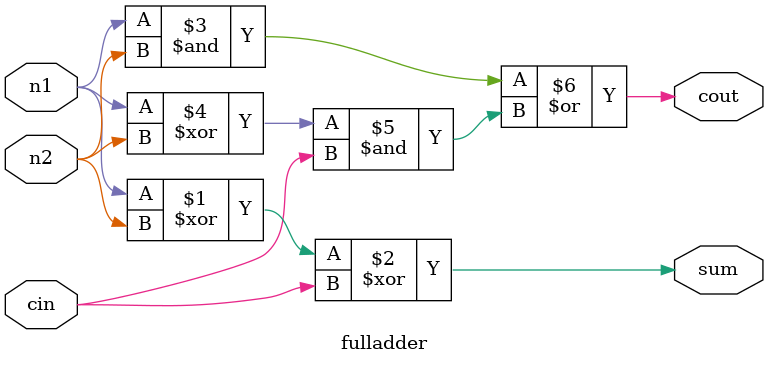
<source format=sv>
module fulladder(n1, n2, cin, cout, sum);
    
    input wire n1;
    input wire n2;
    input wire cin;
    output wire cout;
    output wire sum;
 

assign sum = (n1 ^ n2) ^ cin;
assign cout= n1 & n2 | (n1 ^ n2) & cin;

    

endmodule
</source>
